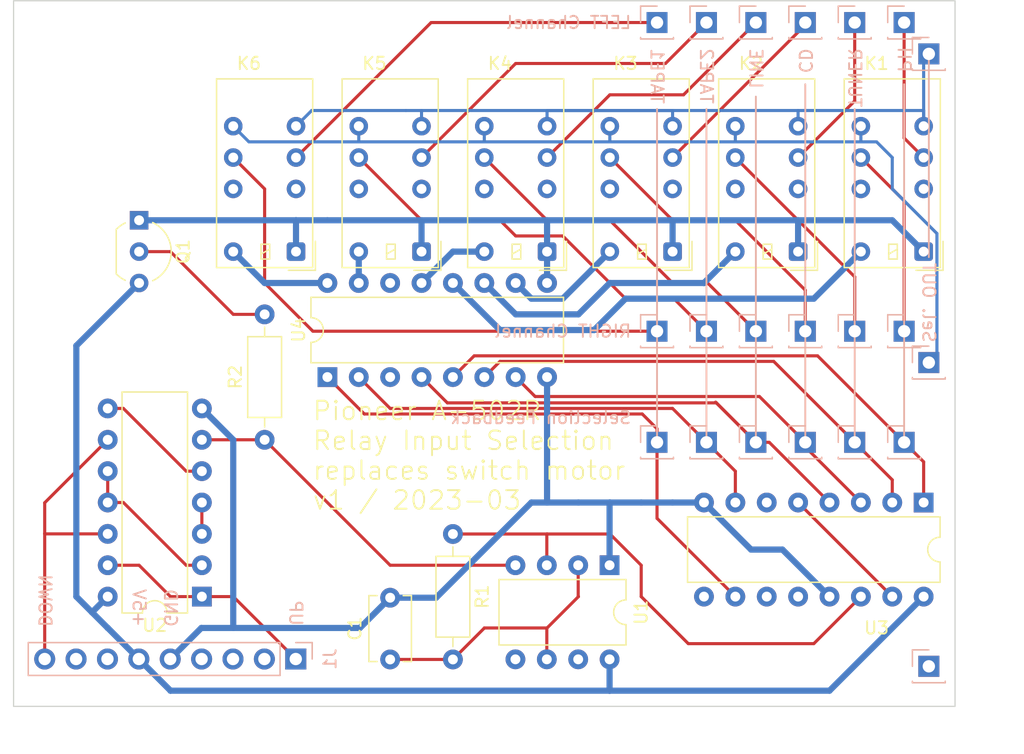
<source format=kicad_pcb>
(kicad_pcb (version 20211014) (generator pcbnew)
  (title_block (title "A-502R input selection") (date "2023-02-22") (rev "v0.1"))
  (layers (0 "F.Cu" signal) (31 "B.Cu" signal) (34 "B.Paste" user) (35 "F.Paste" user) (36 "B.SilkS" user "B.Silkscreen") (37 "F.SilkS" user "F.Silkscreen") (38 "B.Mask" user) (39 "F.Mask" user) (44 "Edge.Cuts" user))
  (net 0 "")
  (net 24 "+5V")
  (net 25 "GNDREF")
  (net 26 "Net-(U3-Pad15)")
  (net 27 "Net-(C1-Pad1)")
  (net 28 "Net-(J1-Pad1)")
  (net 29 "Net-(Q1-Pad2)")
  (net 30 "Net-(J2-Pad1)")
  (net 31 "Net-(J3-Pad1)")
  (net 32 "Net-(J9-Pad1)")
  (net 33 "Net-(J4-Pad1)")
  (net 34 "Net-(J16-Pad1)")
  (net 35 "Net-(J5-Pad1)")
  (net 36 "Net-(J6-Pad1)")
  (net 37 "Net-(J7-Pad1)")
  (net 38 "Net-(J8-Pad1)")
  (net 39 "Net-(J10-Pad1)")
  (net 40 "Net-(J11-Pad1)")
  (net 41 "Net-(J12-Pad1)")
  (net 42 "Net-(J14-Pad1)")
  (net 43 "Net-(J15-Pad1)")
  (net 44 "Net-(J21-Pad1)")
  (net 45 "Net-(K1-Pad12)")
  (net 46 "Net-(K2-Pad12)")
  (net 47 "Net-(K3-Pad12)")
  (net 48 "Net-(K4-Pad12)")
  (net 49 "Net-(K5-Pad12)")
  (net 50 "Net-(J13-Pad1)")
  (net 51 "Net-(J17-Pad1)")
  (net 52 "Net-(J18-Pad1)")
  (net 53 "Net-(J19-Pad1)")
  (net 54 "Net-(J20-Pad1)")
  (net 55 "Net-(K6-Pad12)")
  (net 56 "Net-(R1-Pad1)")
  (net 57 "Net-(K1-Pad1)")
  (net 58 "Net-(R2-Pad1)")
  (net 62 "Net-(U2-Pad9)")
  (net 63 "Net-(U2-Pad10)")
  (net 64 "Net-(U2-Pad3)")
  (net 65 "Net-(U2-Pad8)")
  (footprint "Relay_THT:Relay_DPDT_Kemet_EC2" (layer "F.Cu") (at 124.46 137.16 180)
    (fp_text reference "K1" (at 3.81 15.24) (layer "F.SilkS"))
    (fp_text value "EC2-4.5NU")
    (pad "1" thru_hole roundrect (at 0 0 180) (size 1.5 1.5) (drill 0.8) (layers *.Cu *.Mask) (roundrect_rratio 0.167) (net 57 "Net-(K1-Pad1)"))
    (pad "3" thru_hole circle (at 0 5.08 180) (size 1.5 1.5) (drill 0.8) (layers *.Cu *.Mask))
    (pad "4" thru_hole circle (at 0 7.62 180) (size 1.5 1.5) (drill 0.8) (layers *.Cu *.Mask) (net 54 "Net-(J20-Pad1)"))
    (pad "5" thru_hole circle (at 0 10.16 180) (size 1.5 1.5) (drill 0.8) (layers *.Cu *.Mask) (net 44 "Net-(J21-Pad1)"))
    (pad "8" thru_hole circle (at 5.08 10.16 180) (size 1.5 1.5) (drill 0.8) (layers *.Cu *.Mask) (net 42 "Net-(J14-Pad1)"))
    (pad "9" thru_hole circle (at 5.08 7.62 180) (size 1.5 1.5) (drill 0.8) (layers *.Cu *.Mask) (net 50 "Net-(J13-Pad1)"))
    (pad "10" thru_hole circle (at 5.08 5.08 180) (size 1.5 1.5) (drill 0.8) (layers *.Cu *.Mask))
    (pad "12" thru_hole circle (at 5.08 0 180) (size 1.5 1.5) (drill 0.8) (layers *.Cu *.Mask) (net 45 "Net-(K1-Pad12)"))
  )
  (footprint "Package_DIP:DIP-16_W7.62mm" (layer "F.Cu") (at 124.46 157.48 -90)
    (fp_text reference "U3" (at 10.16 3.81 180) (layer "F.SilkS"))
    (fp_text value "4017")
    (pad "1" thru_hole rect (at 0 0 270) (size 1.6 1.6) (drill 0.8) (layers *.Cu *.Mask) (net 37 "Net-(J7-Pad1)"))
    (pad "2" thru_hole oval (at 0 2.54 270) (size 1.6 1.6) (drill 0.8) (layers *.Cu *.Mask) (net 36 "Net-(J6-Pad1)"))
    (pad "3" thru_hole oval (at 0 5.08 270) (size 1.6 1.6) (drill 0.8) (layers *.Cu *.Mask) (net 35 "Net-(J5-Pad1)"))
    (pad "4" thru_hole oval (at 0 7.62 270) (size 1.6 1.6) (drill 0.8) (layers *.Cu *.Mask) (net 33 "Net-(J4-Pad1)"))
    (pad "5" thru_hole oval (at 0 10.16 270) (size 1.6 1.6) (drill 0.8) (layers *.Cu *.Mask) (net 26 "Net-(U3-Pad15)"))
    (pad "6" thru_hole oval (at 0 12.7 270) (size 1.6 1.6) (drill 0.8) (layers *.Cu *.Mask))
    (pad "7" thru_hole oval (at 0 15.24 270) (size 1.6 1.6) (drill 0.8) (layers *.Cu *.Mask) (net 31 "Net-(J3-Pad1)"))
    (pad "8" thru_hole oval (at 0 17.78 270) (size 1.6 1.6) (drill 0.8) (layers *.Cu *.Mask) (net 25 "GNDREF"))
    (pad "9" thru_hole oval (at 7.62 17.78 270) (size 1.6 1.6) (drill 0.8) (layers *.Cu *.Mask))
    (pad "10" thru_hole oval (at 7.62 15.24 270) (size 1.6 1.6) (drill 0.8) (layers *.Cu *.Mask) (net 30 "Net-(J2-Pad1)"))
    (pad "11" thru_hole oval (at 7.62 12.7 270) (size 1.6 1.6) (drill 0.8) (layers *.Cu *.Mask))
    (pad "12" thru_hole oval (at 7.62 10.16 270) (size 1.6 1.6) (drill 0.8) (layers *.Cu *.Mask))
    (pad "13" thru_hole oval (at 7.62 7.62 270) (size 1.6 1.6) (drill 0.8) (layers *.Cu *.Mask) (net 25 "GNDREF"))
    (pad "14" thru_hole oval (at 7.62 5.08 270) (size 1.6 1.6) (drill 0.8) (layers *.Cu *.Mask) (net 56 "Net-(R1-Pad1)"))
    (pad "15" thru_hole oval (at 7.62 2.54 270) (size 1.6 1.6) (drill 0.8) (layers *.Cu *.Mask) (net 26 "Net-(U3-Pad15)"))
    (pad "16" thru_hole oval (at 7.62 0 270) (size 1.6 1.6) (drill 0.8) (layers *.Cu *.Mask) (net 24 "+5V"))
  )
  (footprint "Relay_THT:Relay_DPDT_Kemet_EC2" (layer "F.Cu") (at 83.82 137.16 180)
    (fp_text reference "K5" (at 3.81 15.24) (layer "F.SilkS"))
    (fp_text value "EC2-4.5NU")
    (pad "1" thru_hole roundrect (at 0 0 180) (size 1.5 1.5) (drill 0.8) (layers *.Cu *.Mask) (roundrect_rratio 0.167) (net 57 "Net-(K1-Pad1)"))
    (pad "3" thru_hole circle (at 0 5.08 180) (size 1.5 1.5) (drill 0.8) (layers *.Cu *.Mask))
    (pad "4" thru_hole circle (at 0 7.62 180) (size 1.5 1.5) (drill 0.8) (layers *.Cu *.Mask) (net 34 "Net-(J16-Pad1)"))
    (pad "5" thru_hole circle (at 0 10.16 180) (size 1.5 1.5) (drill 0.8) (layers *.Cu *.Mask) (net 44 "Net-(J21-Pad1)"))
    (pad "8" thru_hole circle (at 5.08 10.16 180) (size 1.5 1.5) (drill 0.8) (layers *.Cu *.Mask) (net 42 "Net-(J14-Pad1)"))
    (pad "9" thru_hole circle (at 5.08 7.62 180) (size 1.5 1.5) (drill 0.8) (layers *.Cu *.Mask) (net 32 "Net-(J9-Pad1)"))
    (pad "10" thru_hole circle (at 5.08 5.08 180) (size 1.5 1.5) (drill 0.8) (layers *.Cu *.Mask))
    (pad "12" thru_hole circle (at 5.08 0 180) (size 1.5 1.5) (drill 0.8) (layers *.Cu *.Mask) (net 49 "Net-(K5-Pad12)"))
  )
  (footprint "Package_DIP:DIP-8_W7.62mm" (layer "F.Cu") (at 99.04 162.56 -90)
    (fp_text reference "U1" (at 3.81 -2.55 90) (layer "F.SilkS"))
    (fp_text value "SA555P")
    (pad "1" thru_hole rect (at 0 0 270) (size 1.6 1.6) (drill 0.8) (layers *.Cu *.Mask) (net 25 "GNDREF"))
    (pad "2" thru_hole oval (at 0 2.54 270) (size 1.6 1.6) (drill 0.8) (layers *.Cu *.Mask) (net 27 "Net-(C1-Pad1)"))
    (pad "3" thru_hole oval (at 0 5.08 270) (size 1.6 1.6) (drill 0.8) (layers *.Cu *.Mask) (net 56 "Net-(R1-Pad1)"))
    (pad "4" thru_hole oval (at 0 7.62 270) (size 1.6 1.6) (drill 0.8) (layers *.Cu *.Mask) (net 58 "Net-(R2-Pad1)"))
    (pad "5" thru_hole oval (at 7.62 7.62 270) (size 1.6 1.6) (drill 0.8) (layers *.Cu *.Mask))
    (pad "6" thru_hole oval (at 7.62 5.08 270) (size 1.6 1.6) (drill 0.8) (layers *.Cu *.Mask) (net 27 "Net-(C1-Pad1)"))
    (pad "7" thru_hole oval (at 7.62 2.54 270) (size 1.6 1.6) (drill 0.8) (layers *.Cu *.Mask))
    (pad "8" thru_hole oval (at 7.62 0 270) (size 1.6 1.6) (drill 0.8) (layers *.Cu *.Mask) (net 24 "+5V"))
  )
  (footprint "Package_TO_SOT_THT:TO-92_Inline_Wide" (layer "F.Cu") (at 60.96 134.62 -90)
    (fp_text reference "Q1" (at 2.54 -3.56 -90) (layer "F.SilkS"))
    (fp_text value "BC557")
    (pad "1" thru_hole rect (at 0 0 270) (size 1.5 1.5) (drill 0.8) (layers *.Cu *.Mask) (net 57 "Net-(K1-Pad1)"))
    (pad "2" thru_hole circle (at 2.54 0 270) (size 1.5 1.5) (drill 0.8) (layers *.Cu *.Mask) (net 29 "Net-(Q1-Pad2)"))
    (pad "3" thru_hole circle (at 5.08 0 270) (size 1.5 1.5) (drill 0.8) (layers *.Cu *.Mask) (net 24 "+5V"))
  )
  (footprint "Relay_THT:Relay_DPDT_Kemet_EC2" (layer "F.Cu") (at 93.98 137.16 180)
    (fp_text reference "K4" (at 3.81 15.24) (layer "F.SilkS"))
    (fp_text value "EC2-4.5NU")
    (pad "1" thru_hole roundrect (at 0 0 180) (size 1.5 1.5) (drill 0.8) (layers *.Cu *.Mask) (roundrect_rratio 0.167) (net 57 "Net-(K1-Pad1)"))
    (pad "3" thru_hole circle (at 0 5.08 180) (size 1.5 1.5) (drill 0.8) (layers *.Cu *.Mask))
    (pad "4" thru_hole circle (at 0 7.62 180) (size 1.5 1.5) (drill 0.8) (layers *.Cu *.Mask) (net 51 "Net-(J17-Pad1)"))
    (pad "5" thru_hole circle (at 0 10.16 180) (size 1.5 1.5) (drill 0.8) (layers *.Cu *.Mask) (net 44 "Net-(J21-Pad1)"))
    (pad "8" thru_hole circle (at 5.08 10.16 180) (size 1.5 1.5) (drill 0.8) (layers *.Cu *.Mask) (net 42 "Net-(J14-Pad1)"))
    (pad "9" thru_hole circle (at 5.08 7.62 180) (size 1.5 1.5) (drill 0.8) (layers *.Cu *.Mask) (net 39 "Net-(J10-Pad1)"))
    (pad "10" thru_hole circle (at 5.08 5.08 180) (size 1.5 1.5) (drill 0.8) (layers *.Cu *.Mask))
    (pad "12" thru_hole circle (at 5.08 0 180) (size 1.5 1.5) (drill 0.8) (layers *.Cu *.Mask) (net 48 "Net-(K4-Pad12)"))
  )
  (footprint "Package_DIP:DIP-14_W7.62mm" (layer "F.Cu") (at 66.04 165.1 180)
    (fp_text reference "U2" (at 3.81 -2.33) (layer "F.SilkS"))
    (fp_text value "74HC00")
    (pad "1" thru_hole rect (at 0 0 180) (size 1.6 1.6) (drill 0.8) (layers *.Cu *.Mask) (net 28 "Net-(J1-Pad1)"))
    (pad "2" thru_hole oval (at 0 2.54 180) (size 1.6 1.6) (drill 0.8) (layers *.Cu *.Mask) (net 63 "Net-(U2-Pad10)"))
    (pad "3" thru_hole oval (at 0 5.08 180) (size 1.6 1.6) (drill 0.8) (layers *.Cu *.Mask) (net 64 "Net-(U2-Pad3)"))
    (pad "4" thru_hole oval (at 0 7.62 180) (size 1.6 1.6) (drill 0.8) (layers *.Cu *.Mask) (net 64 "Net-(U2-Pad3)"))
    (pad "5" thru_hole oval (at 0 10.16 180) (size 1.6 1.6) (drill 0.8) (layers *.Cu *.Mask) (net 65 "Net-(U2-Pad8)"))
    (pad "6" thru_hole oval (at 0 12.7 180) (size 1.6 1.6) (drill 0.8) (layers *.Cu *.Mask) (net 58 "Net-(R2-Pad1)"))
    (pad "7" thru_hole oval (at 0 15.24 180) (size 1.6 1.6) (drill 0.8) (layers *.Cu *.Mask) (net 25 "GNDREF"))
    (pad "8" thru_hole oval (at 7.62 15.24 180) (size 1.6 1.6) (drill 0.8) (layers *.Cu *.Mask) (net 65 "Net-(U2-Pad8)"))
    (pad "9" thru_hole oval (at 7.62 12.7 180) (size 1.6 1.6) (drill 0.8) (layers *.Cu *.Mask) (net 62 "Net-(U2-Pad9)"))
    (pad "10" thru_hole oval (at 7.62 10.16 180) (size 1.6 1.6) (drill 0.8) (layers *.Cu *.Mask) (net 63 "Net-(U2-Pad10)"))
    (pad "11" thru_hole oval (at 7.62 7.62 180) (size 1.6 1.6) (drill 0.8) (layers *.Cu *.Mask) (net 63 "Net-(U2-Pad10)"))
    (pad "12" thru_hole oval (at 7.62 5.08 180) (size 1.6 1.6) (drill 0.8) (layers *.Cu *.Mask) (net 62 "Net-(U2-Pad9)"))
    (pad "13" thru_hole oval (at 7.62 2.54 180) (size 1.6 1.6) (drill 0.8) (layers *.Cu *.Mask) (net 28 "Net-(J1-Pad1)"))
    (pad "14" thru_hole oval (at 7.62 0 180) (size 1.6 1.6) (drill 0.8) (layers *.Cu *.Mask) (net 24 "+5V"))
  )
  (footprint "Package_DIP:DIP-16_W7.62mm" (layer "F.Cu") (at 76.2 147.32 90)
    (fp_text reference "U4" (at 3.81 -2.33 90) (layer "F.SilkS"))
    (fp_text value "ULN2003A")
    (pad "1" thru_hole rect (at 0 0 90) (size 1.6 1.6) (drill 0.8) (layers *.Cu *.Mask) (net 30 "Net-(J2-Pad1)"))
    (pad "2" thru_hole oval (at 0 2.54 90) (size 1.6 1.6) (drill 0.8) (layers *.Cu *.Mask) (net 31 "Net-(J3-Pad1)"))
    (pad "3" thru_hole oval (at 0 5.08 90) (size 1.6 1.6) (drill 0.8) (layers *.Cu *.Mask))
    (pad "4" thru_hole oval (at 0 7.62 90) (size 1.6 1.6) (drill 0.8) (layers *.Cu *.Mask) (net 33 "Net-(J4-Pad1)"))
    (pad "5" thru_hole oval (at 0 10.16 90) (size 1.6 1.6) (drill 0.8) (layers *.Cu *.Mask) (net 37 "Net-(J7-Pad1)"))
    (pad "6" thru_hole oval (at 0 12.7 90) (size 1.6 1.6) (drill 0.8) (layers *.Cu *.Mask) (net 36 "Net-(J6-Pad1)"))
    (pad "7" thru_hole oval (at 0 15.24 90) (size 1.6 1.6) (drill 0.8) (layers *.Cu *.Mask) (net 35 "Net-(J5-Pad1)"))
    (pad "8" thru_hole oval (at 0 17.78 90) (size 1.6 1.6) (drill 0.8) (layers *.Cu *.Mask) (net 25 "GNDREF"))
    (pad "9" thru_hole oval (at 7.62 17.78 90) (size 1.6 1.6) (drill 0.8) (layers *.Cu *.Mask) (net 57 "Net-(K1-Pad1)"))
    (pad "10" thru_hole oval (at 7.62 15.24 90) (size 1.6 1.6) (drill 0.8) (layers *.Cu *.Mask) (net 47 "Net-(K3-Pad12)"))
    (pad "11" thru_hole oval (at 7.62 12.7 90) (size 1.6 1.6) (drill 0.8) (layers *.Cu *.Mask) (net 46 "Net-(K2-Pad12)"))
    (pad "12" thru_hole oval (at 7.62 10.16 90) (size 1.6 1.6) (drill 0.8) (layers *.Cu *.Mask) (net 45 "Net-(K1-Pad12)"))
    (pad "13" thru_hole oval (at 7.62 7.62 90) (size 1.6 1.6) (drill 0.8) (layers *.Cu *.Mask) (net 48 "Net-(K4-Pad12)"))
    (pad "14" thru_hole oval (at 7.62 5.08 90) (size 1.6 1.6) (drill 0.8) (layers *.Cu *.Mask))
    (pad "15" thru_hole oval (at 7.62 2.54 90) (size 1.6 1.6) (drill 0.8) (layers *.Cu *.Mask) (net 49 "Net-(K5-Pad12)"))
    (pad "16" thru_hole oval (at 7.62 0 90) (size 1.6 1.6) (drill 0.8) (layers *.Cu *.Mask) (net 55 "Net-(K6-Pad12)"))
  )
  (footprint "Relay_THT:Relay_DPDT_Kemet_EC2" (layer "F.Cu") (at 114.2975 137.16 180)
    (fp_text reference "K2" (at 3.81 15.24) (layer "F.SilkS"))
    (fp_text value "EC2-4.5NU")
    (pad "1" thru_hole roundrect (at 0 0 180) (size 1.5 1.5) (drill 0.8) (layers *.Cu *.Mask) (roundrect_rratio 0.167) (net 57 "Net-(K1-Pad1)"))
    (pad "3" thru_hole circle (at 0 5.08 180) (size 1.5 1.5) (drill 0.8) (layers *.Cu *.Mask))
    (pad "4" thru_hole circle (at 0 7.62 180) (size 1.5 1.5) (drill 0.8) (layers *.Cu *.Mask) (net 53 "Net-(J19-Pad1)"))
    (pad "5" thru_hole circle (at 0 10.16 180) (size 1.5 1.5) (drill 0.8) (layers *.Cu *.Mask) (net 44 "Net-(J21-Pad1)"))
    (pad "8" thru_hole circle (at 5.08 10.16 180) (size 1.5 1.5) (drill 0.8) (layers *.Cu *.Mask) (net 42 "Net-(J14-Pad1)"))
    (pad "9" thru_hole circle (at 5.08 7.62 180) (size 1.5 1.5) (drill 0.8) (layers *.Cu *.Mask) (net 41 "Net-(J12-Pad1)"))
    (pad "10" thru_hole circle (at 5.08 5.08 180) (size 1.5 1.5) (drill 0.8) (layers *.Cu *.Mask))
    (pad "12" thru_hole circle (at 5.08 0 180) (size 1.5 1.5) (drill 0.8) (layers *.Cu *.Mask) (net 46 "Net-(K2-Pad12)"))
  )
  (footprint "Resistor_THT:R_Axial_DIN0207_L6.3mm_D2.5mm_P10.16mm_Horizontal" (layer "F.Cu") (at 86.36 160.03 -90)
    (fp_text reference "R1" (at 5.08 -2.37 90) (layer "F.SilkS"))
    (fp_text value "100k")
    (pad "1" thru_hole circle (at 0 0 270) (size 1.6 1.6) (drill 0.8) (layers *.Cu *.Mask) (net 56 "Net-(R1-Pad1)"))
    (pad "2" thru_hole oval (at 10.16 0 270) (size 1.6 1.6) (drill 0.8) (layers *.Cu *.Mask) (net 27 "Net-(C1-Pad1)"))
  )
  (footprint "Capacitor_THT:C_Disc_D5.1mm_W3.2mm_P5.00mm" (layer "F.Cu") (at 81.28 170.19 90)
    (fp_text reference "C1" (at 2.5 -2.85 90) (layer "F.SilkS"))
    (fp_text value "100n")
    (pad "1" thru_hole circle (at 0 0 90) (size 1.6 1.6) (drill 0.8) (layers *.Cu *.Mask) (net 27 "Net-(C1-Pad1)"))
    (pad "2" thru_hole circle (at 5 0 90) (size 1.6 1.6) (drill 0.8) (layers *.Cu *.Mask) (net 25 "GNDREF"))
  )
  (footprint "Relay_THT:Relay_DPDT_Kemet_EC2" (layer "F.Cu") (at 104.14 137.16 180)
    (fp_text reference "K3" (at 3.81 15.24) (layer "F.SilkS"))
    (fp_text value "EC2-4.5NU")
    (pad "1" thru_hole roundrect (at 0 0 180) (size 1.5 1.5) (drill 0.8) (layers *.Cu *.Mask) (roundrect_rratio 0.167) (net 57 "Net-(K1-Pad1)"))
    (pad "3" thru_hole circle (at 0 5.08 180) (size 1.5 1.5) (drill 0.8) (layers *.Cu *.Mask))
    (pad "4" thru_hole circle (at 0 7.62 180) (size 1.5 1.5) (drill 0.8) (layers *.Cu *.Mask) (net 52 "Net-(J18-Pad1)"))
    (pad "5" thru_hole circle (at 0 10.16 180) (size 1.5 1.5) (drill 0.8) (layers *.Cu *.Mask) (net 44 "Net-(J21-Pad1)"))
    (pad "8" thru_hole circle (at 5.08 10.16 180) (size 1.5 1.5) (drill 0.8) (layers *.Cu *.Mask) (net 42 "Net-(J14-Pad1)"))
    (pad "9" thru_hole circle (at 5.08 7.62 180) (size 1.5 1.5) (drill 0.8) (layers *.Cu *.Mask) (net 40 "Net-(J11-Pad1)"))
    (pad "10" thru_hole circle (at 5.08 5.08 180) (size 1.5 1.5) (drill 0.8) (layers *.Cu *.Mask))
    (pad "12" thru_hole circle (at 5.08 0 180) (size 1.5 1.5) (drill 0.8) (layers *.Cu *.Mask) (net 47 "Net-(K3-Pad12)"))
  )
  (footprint "Resistor_THT:R_Axial_DIN0207_L6.3mm_D2.5mm_P10.16mm_Horizontal" (layer "F.Cu") (at 71.12 152.4 90)
    (fp_text reference "R2" (at 5.08 -2.37 90) (layer "F.SilkS"))
    (fp_text value "2.2k")
    (pad "1" thru_hole circle (at 0 0 90) (size 1.6 1.6) (drill 0.8) (layers *.Cu *.Mask) (net 58 "Net-(R2-Pad1)"))
    (pad "2" thru_hole oval (at 10.16 0 90) (size 1.6 1.6) (drill 0.8) (layers *.Cu *.Mask) (net 29 "Net-(Q1-Pad2)"))
  )
  (footprint "Relay_THT:Relay_DPDT_Kemet_EC2" (layer "F.Cu") (at 73.66 137.16 180)
    (fp_text reference "K6" (at 3.81 15.24) (layer "F.SilkS"))
    (fp_text value "EC2-4.5NU")
    (pad "1" thru_hole roundrect (at 0 0 180) (size 1.5 1.5) (drill 0.8) (layers *.Cu *.Mask) (roundrect_rratio 0.167) (net 57 "Net-(K1-Pad1)"))
    (pad "3" thru_hole circle (at 0 5.08 180) (size 1.5 1.5) (drill 0.8) (layers *.Cu *.Mask))
    (pad "4" thru_hole circle (at 0 7.62 180) (size 1.5 1.5) (drill 0.8) (layers *.Cu *.Mask) (net 43 "Net-(J15-Pad1)"))
    (pad "5" thru_hole circle (at 0 10.16 180) (size 1.5 1.5) (drill 0.8) (layers *.Cu *.Mask) (net 44 "Net-(J21-Pad1)"))
    (pad "8" thru_hole circle (at 5.08 10.16 180) (size 1.5 1.5) (drill 0.8) (layers *.Cu *.Mask) (net 42 "Net-(J14-Pad1)"))
    (pad "9" thru_hole circle (at 5.08 7.62 180) (size 1.5 1.5) (drill 0.8) (layers *.Cu *.Mask) (net 38 "Net-(J8-Pad1)"))
    (pad "10" thru_hole circle (at 5.08 5.08 180) (size 1.5 1.5) (drill 0.8) (layers *.Cu *.Mask))
    (pad "12" thru_hole circle (at 5.08 0 180) (size 1.5 1.5) (drill 0.8) (layers *.Cu *.Mask) (net 55 "Net-(K6-Pad12)"))
  )
  (footprint "Connector_PinSocket_2.54mm:PinSocket_1x01_P2.54mm_Vertical" (layer "B.Cu") (at 124.88 170.745 180)
    (fp_text reference "J22" hide)
    (fp_text value "Conn_01x01_Female")
    (pad "1" thru_hole rect (at 0 0 180) (size 1.7 1.7) (drill 1) (layers *.Cu *.Mask))
  )
  (footprint "Connector_PinSocket_2.54mm:PinSocket_1x01_P2.54mm_Vertical" (layer "B.Cu") (at 114.88 118.605 180)
    (fp_text reference "J18" hide)
    (fp_text value "Conn_01x01_Female")
    (pad "1" thru_hole rect (at 0 0 180) (size 1.7 1.7) (drill 1) (layers *.Cu *.Mask) (net 52 "Net-(J18-Pad1)"))
  )
  (footprint "Connector_PinSocket_2.54mm:PinSocket_1x01_P2.54mm_Vertical" (layer "B.Cu") (at 106.88 118.605 180)
    (fp_text reference "J16" hide)
    (fp_text value "Conn_01x01_Female")
    (pad "1" thru_hole rect (at 0 0 180) (size 1.7 1.7) (drill 1) (layers *.Cu *.Mask) (net 34 "Net-(J16-Pad1)"))
  )
  (footprint "Connector_PinSocket_2.54mm:PinSocket_1x01_P2.54mm_Vertical" (layer "B.Cu") (at 122.88 143.605 180)
    (fp_text reference "J13" hide)
    (fp_text value "Conn_01x01_Female")
    (pad "1" thru_hole rect (at 0 0 180) (size 1.7 1.7) (drill 1) (layers *.Cu *.Mask) (net 50 "Net-(J13-Pad1)"))
  )
  (footprint "Connector_PinSocket_2.54mm:PinSocket_1x01_P2.54mm_Vertical" (layer "B.Cu") (at 124.88 146.145 180)
    (fp_text reference "J14" hide)
    (fp_text value "Conn_01x01_Female")
    (pad "1" thru_hole rect (at 0 0 180) (size 1.7 1.7) (drill 1) (layers *.Cu *.Mask) (net 42 "Net-(J14-Pad1)"))
  )
  (footprint "Connector_PinSocket_2.54mm:PinSocket_1x01_P2.54mm_Vertical" (layer "B.Cu") (at 118.88 143.605 180)
    (fp_text reference "J12" hide)
    (fp_text value "Conn_01x01_Female")
    (pad "1" thru_hole rect (at 0 0 180) (size 1.7 1.7) (drill 1) (layers *.Cu *.Mask) (net 41 "Net-(J12-Pad1)"))
  )
  (footprint "Connector_PinSocket_2.54mm:PinSocket_1x01_P2.54mm_Vertical" (layer "B.Cu") (at 110.88 143.605 180)
    (fp_text reference "J10" hide)
    (fp_text value "Conn_01x01_Female")
    (pad "1" thru_hole rect (at 0 0 180) (size 1.7 1.7) (drill 1) (layers *.Cu *.Mask) (net 39 "Net-(J10-Pad1)"))
  )
  (footprint "Connector_PinSocket_2.54mm:PinSocket_1x01_P2.54mm_Vertical" (layer "B.Cu") (at 124.88 121.145 180)
    (fp_text reference "J21" hide)
    (fp_text value "Conn_01x01_Female")
    (pad "1" thru_hole rect (at 0 0 180) (size 1.7 1.7) (drill 1) (layers *.Cu *.Mask) (net 44 "Net-(J21-Pad1)"))
  )
  (footprint "Connector_PinSocket_2.54mm:PinSocket_1x01_P2.54mm_Vertical" (layer "B.Cu") (at 114.88 143.605 180)
    (fp_text reference "J11" hide)
    (fp_text value "Conn_01x01_Female")
    (pad "1" thru_hole rect (at 0 0 180) (size 1.7 1.7) (drill 1) (layers *.Cu *.Mask) (net 40 "Net-(J11-Pad1)"))
  )
  (footprint "Connector_PinSocket_2.54mm:PinSocket_1x01_P2.54mm_Vertical" (layer "B.Cu") (at 106.88 143.605 180)
    (fp_text reference "J9" hide)
    (fp_text value "Conn_01x01_Female")
    (pad "1" thru_hole rect (at 0 0 180) (size 1.7 1.7) (drill 1) (layers *.Cu *.Mask) (net 32 "Net-(J9-Pad1)"))
  )
  (footprint "Connector_PinSocket_2.54mm:PinSocket_1x01_P2.54mm_Vertical" (layer "B.Cu") (at 110.88 152.605 180)
    (fp_text reference "J4" hide)
    (fp_text value "Conn_01x01_Female")
    (pad "1" thru_hole rect (at 0 0 180) (size 1.7 1.7) (drill 1) (layers *.Cu *.Mask) (net 33 "Net-(J4-Pad1)"))
  )
  (footprint "Connector_PinSocket_2.54mm:PinSocket_1x01_P2.54mm_Vertical" (layer "B.Cu") (at 110.88 118.605 180)
    (fp_text reference "J17" hide)
    (fp_text value "Conn_01x01_Female")
    (pad "1" thru_hole rect (at 0 0 180) (size 1.7 1.7) (drill 1) (layers *.Cu *.Mask) (net 51 "Net-(J17-Pad1)"))
  )
  (footprint "Connector_PinSocket_2.54mm:PinSocket_1x01_P2.54mm_Vertical" (layer "B.Cu") (at 102.88 143.605 180)
    (fp_text reference "J8" hide)
    (fp_text value "Conn_01x01_Female")
    (pad "1" thru_hole rect (at 0 0 180) (size 1.7 1.7) (drill 1) (layers *.Cu *.Mask) (net 38 "Net-(J8-Pad1)"))
  )
  (footprint "Connector_PinSocket_2.54mm:PinSocket_1x01_P2.54mm_Vertical" (layer "B.Cu") (at 118.88 118.605 180)
    (fp_text reference "J19" hide)
    (fp_text value "Conn_01x01_Female")
    (pad "1" thru_hole rect (at 0 0 180) (size 1.7 1.7) (drill 1) (layers *.Cu *.Mask) (net 53 "Net-(J19-Pad1)"))
  )
  (footprint "Connector_PinSocket_2.54mm:PinSocket_1x01_P2.54mm_Vertical" (layer "B.Cu") (at 122.88 152.605 180)
    (fp_text reference "J7" hide)
    (fp_text value "Conn_01x01_Female")
    (pad "1" thru_hole rect (at 0 0 180) (size 1.7 1.7) (drill 1) (layers *.Cu *.Mask) (net 37 "Net-(J7-Pad1)"))
  )
  (footprint "Connector_PinSocket_2.54mm:PinSocket_1x01_P2.54mm_Vertical" (layer "B.Cu") (at 102.88 152.605 180)
    (fp_text reference "J2" hide)
    (fp_text value "Conn_01x01_Female")
    (pad "1" thru_hole rect (at 0 0 180) (size 1.7 1.7) (drill 1) (layers *.Cu *.Mask) (net 30 "Net-(J2-Pad1)"))
  )
  (footprint "Connector_PinSocket_2.54mm:PinSocket_1x01_P2.54mm_Vertical" (layer "B.Cu") (at 102.88 118.605 180)
    (fp_text reference "J15" hide)
    (fp_text value "Conn_01x01_Female")
    (pad "1" thru_hole rect (at 0 0 180) (size 1.7 1.7) (drill 1) (layers *.Cu *.Mask) (net 43 "Net-(J15-Pad1)"))
  )
  (footprint "Connector_PinSocket_2.54mm:PinSocket_1x09_P2.54mm_Vertical" (layer "B.Cu") (at 73.64 170.155 90)
    (fp_text reference "J1" (at 0 2.77 90) (layer "B.SilkS") (effects (justify mirror)))
    (fp_text value "Conn_01x09_Female")
    (pad "1" thru_hole rect (at 0 0 90) (size 1.7 1.7) (drill 1) (layers *.Cu *.Mask) (net 28 "Net-(J1-Pad1)"))
    (pad "2" thru_hole oval (at 0 -2.54 90) (size 1.7 1.7) (drill 1) (layers *.Cu *.Mask))
    (pad "3" thru_hole oval (at 0 -5.08 90) (size 1.7 1.7) (drill 1) (layers *.Cu *.Mask))
    (pad "4" thru_hole oval (at 0 -7.62 90) (size 1.7 1.7) (drill 1) (layers *.Cu *.Mask))
    (pad "5" thru_hole oval (at 0 -10.16 90) (size 1.7 1.7) (drill 1) (layers *.Cu *.Mask) (net 25 "GNDREF"))
    (pad "6" thru_hole oval (at 0 -12.7 90) (size 1.7 1.7) (drill 1) (layers *.Cu *.Mask) (net 24 "+5V"))
    (pad "7" thru_hole oval (at 0 -15.24 90) (size 1.7 1.7) (drill 1) (layers *.Cu *.Mask))
    (pad "8" thru_hole oval (at 0 -17.78 90) (size 1.7 1.7) (drill 1) (layers *.Cu *.Mask))
    (pad "9" thru_hole oval (at 0 -20.32 90) (size 1.7 1.7) (drill 1) (layers *.Cu *.Mask) (net 62 "Net-(U2-Pad9)"))
  )
  (footprint "Connector_PinSocket_2.54mm:PinSocket_1x01_P2.54mm_Vertical" (layer "B.Cu") (at 118.88 152.605 180)
    (fp_text reference "J6" hide)
    (fp_text value "Conn_01x01_Female")
    (pad "1" thru_hole rect (at 0 0 180) (size 1.7 1.7) (drill 1) (layers *.Cu *.Mask) (net 36 "Net-(J6-Pad1)"))
  )
  (footprint "Connector_PinSocket_2.54mm:PinSocket_1x01_P2.54mm_Vertical" (layer "B.Cu") (at 106.88 152.605 180)
    (fp_text reference "J3" hide)
    (fp_text value "Conn_01x01_Female")
    (pad "1" thru_hole rect (at 0 0 180) (size 1.7 1.7) (drill 1) (layers *.Cu *.Mask) (net 31 "Net-(J3-Pad1)"))
  )
  (footprint "Connector_PinSocket_2.54mm:PinSocket_1x01_P2.54mm_Vertical" (layer "B.Cu") (at 122.88 118.605 180)
    (fp_text reference "J20" hide)
    (fp_text value "Conn_01x01_Female")
    (pad "1" thru_hole rect (at 0 0 180) (size 1.7 1.7) (drill 1) (layers *.Cu *.Mask) (net 54 "Net-(J20-Pad1)"))
  )
  (footprint "Connector_PinSocket_2.54mm:PinSocket_1x01_P2.54mm_Vertical" (layer "B.Cu") (at 114.88 152.605 180)
    (fp_text reference "J5" hide)
    (fp_text value "Conn_01x01_Female")
    (pad "1" thru_hole rect (at 0 0 180) (size 1.7 1.7) (drill 1) (layers *.Cu *.Mask) (net 35 "Net-(J5-Pad1)"))
  )
  (gr_line (start 106.88 143.605) (end 106.88 125.605) (layer "B.SilkS") (width 0.15))
  (gr_line (start 124.88 121.145) (end 124.88 137.605) (layer "B.SilkS") (width 0.15))
  (gr_line (start 122.88 143.605) (end 122.88 123.605) (layer "B.SilkS") (width 0.15))
  (gr_line (start 114.88 152.605) (end 114.88 143.605) (layer "B.SilkS") (width 0.15))
  (gr_line (start 110.88 152.605) (end 110.88 143.605) (layer "B.SilkS") (width 0.15))
  (gr_line (start 110.88 143.605) (end 110.88 124.605) (layer "B.SilkS") (width 0.15))
  (gr_line (start 106.88 152.605) (end 106.88 143.605) (layer "B.SilkS") (width 0.15))
  (gr_line (start 118.88 152.605) (end 118.88 143.605) (layer "B.SilkS") (width 0.15))
  (gr_line (start 118.88 143.605) (end 118.88 125.605) (layer "B.SilkS") (width 0.15))
  (gr_line (start 114.88 143.605) (end 114.88 123.605) (layer "B.SilkS") (width 0.15))
  (gr_line (start 102.88 152.605) (end 102.88 143.605) (layer "B.SilkS") (width 0.15))
  (gr_line (start 102.88 143.605) (end 102.88 125.605) (layer "B.SilkS") (width 0.15))
  (gr_line (start 122.88 152.605) (end 122.88 143.605) (layer "B.SilkS") (width 0.15))
  (gr_rect (start 50.8 173.99) (end 127 116.84) (layer "Edge.Cuts") (width 0.1) (fill none))
  (gr_text "RIGHT Channel" (at 100.88 143.605) (layer "B.SilkS") (effects (font (size 1 1)) (justify left mirror)))
  (gr_text "Sel. OUT" (at 124.88 144.605 270) (layer "B.SilkS") (effects (font (size 1 1)) (justify left mirror)))
  (gr_text "PH" (at 122.88 120.48 270) (layer "B.SilkS") (effects (font (size 1 1)) (justify right mirror)))
  (gr_text "DOWN" (at 53.34 167.64 270) (layer "B.SilkS") (effects (font (size 1 1)) (justify left mirror)))
  (gr_text "CD" (at 114.88 120.605 270) (layer "B.SilkS") (effects (font (size 1 1)) (justify right mirror)))
  (gr_text "TAPE2" (at 106.88 120.605 270) (layer "B.SilkS") (effects (font (size 1 1)) (justify right mirror)))
  (gr_text "TUNER" (at 118.88 120.605 270) (layer "B.SilkS") (effects (font (size 1 1)) (justify right mirror)))
  (gr_text "GND" (at 63.5 167.64 270) (layer "B.SilkS") (effects (font (size 1 1)) (justify left mirror)))
  (gr_text "LINE" (at 110.88 120.605 270) (layer "B.SilkS") (effects (font (size 1 1)) (justify right mirror)))
  (gr_text "TAPE1" (at 102.88 120.605 270) (layer "B.SilkS") (effects (font (size 1 1)) (justify right mirror)))
  (gr_text "LEFT Channel" (at 100.88 118.605) (layer "B.SilkS") (effects (font (size 1 1)) (justify left mirror)))
  (gr_text "Selection Feedback" (at 100.88 150.605) (layer "B.SilkS") (effects (font (size 1 1)) (justify left mirror)))
  (gr_text "+5V" (at 60.96 167.64 270) (layer "B.SilkS") (effects (font (size 1 1)) (justify left mirror)))
  (gr_text "UP" (at 73.64 167.555 270) (layer "B.SilkS") (effects (font (size 1 1)) (justify left mirror)))
  (gr_text "Pioneer A-502R\nRelay Input Selection\nreplaces switch motor\nv1 / 2023-03" (at 74.93 153.67) (layer "F.SilkS") (effects (font (size 1.5 1.5)) (justify left)))
  (segment (start 58.42 167.635) (end 58.415 167.635) (width 0.5) (layer "B.Cu") (net 24))
  (segment (start 57.15 166.37) (end 55.88 165.1) (width 0.5) (layer "B.Cu") (net 24))
  (segment (start 99.02 172.72) (end 63.5 172.72) (width 0.5) (layer "B.Cu") (net 24))
  (segment (start 58.42 165.1) (end 57.15 166.37) (width 0.5) (layer "B.Cu") (net 24))
  (segment (start 99.06 172.72) (end 99.04 172.7) (width 0.5) (layer "B.Cu") (net 24))
  (segment (start 124.46 165.1) (end 116.84 172.72) (width 0.5) (layer "B.Cu") (net 24))
  (segment (start 55.88 144.78) (end 60.96 139.7) (width 0.5) (layer "B.Cu") (net 24))
  (segment (start 58.415 167.635) (end 57.15 166.37) (width 0.5) (layer "B.Cu") (net 24))
  (segment (start 116.84 172.72) (end 99.06 172.72) (width 0.5) (layer "B.Cu") (net 24))
  (segment (start 63.5 172.72) (end 63.5 172.715) (width 0.5) (layer "B.Cu") (net 24))
  (segment (start 58.42 167.635) (end 60.94 170.155) (width 0.5) (layer "B.Cu") (net 24))
  (segment (start 55.88 165.1) (end 55.88 144.78) (width 0.5) (layer "B.Cu") (net 24))
  (segment (start 99.04 172.7) (end 99.02 172.72) (width 0.5) (layer "B.Cu") (net 24))
  (segment (start 99.04 172.7) (end 99.04 170.18) (width 0.5) (layer "B.Cu") (net 24))
  (segment (start 63.5 172.715) (end 60.94 170.155) (width 0.5) (layer "B.Cu") (net 24))
  (segment (start 68.58 167.64) (end 65.995 167.64) (width 0.5) (layer "B.Cu") (net 25))
  (segment (start 101.6 157.48) (end 99.06 157.48) (width 0.5) (layer "B.Cu") (net 25))
  (segment (start 65.995 167.64) (end 63.48 170.155) (width 0.5) (layer "B.Cu") (net 25))
  (segment (start 99.06 157.48) (end 96.52 157.48) (width 0.5) (layer "B.Cu") (net 25))
  (segment (start 93.98 157.48) (end 96.52 157.48) (width 0.5) (layer "B.Cu") (net 25))
  (segment (start 99.04 162.56) (end 99.04 157.5) (width 0.5) (layer "B.Cu") (net 25))
  (segment (start 99.04 157.5) (end 99.06 157.48) (width 0.5) (layer "B.Cu") (net 25))
  (segment (start 68.58 152.4) (end 68.58 167.64) (width 0.5) (layer "B.Cu") (net 25))
  (segment (start 106.68 157.48) (end 104.14 157.48) (width 0.5) (layer "B.Cu") (net 25))
  (segment (start 66.04 149.86) (end 68.58 152.4) (width 0.5) (layer "B.Cu") (net 25))
  (segment (start 116.84 165.1) (end 113.03 161.29) (width 0.5) (layer "B.Cu") (net 25))
  (segment (start 78.83 167.64) (end 68.58 167.64) (width 0.5) (layer "B.Cu") (net 25))
  (segment (start 81.28 165.19) (end 85 165.19) (width 0.5) (layer "B.Cu") (net 25))
  (segment (start 93.98 147.32) (end 93.98 157.48) (width 0.5) (layer "B.Cu") (net 25))
  (segment (start 104.14 157.48) (end 101.6 157.48) (width 0.5) (layer "B.Cu") (net 25))
  (segment (start 78.83 167.64) (end 81.28 165.19) (width 0.5) (layer "B.Cu") (net 25))
  (segment (start 113.03 161.29) (end 110.49 161.29) (width 0.5) (layer "B.Cu") (net 25))
  (segment (start 92.71 157.48) (end 93.98 157.48) (width 0.5) (layer "B.Cu") (net 25))
  (segment (start 85 165.19) (end 92.71 157.48) (width 0.5) (layer "B.Cu") (net 25))
  (segment (start 110.49 161.29) (end 106.68 157.48) (width 0.5) (layer "B.Cu") (net 25))
  (segment (start 114.3 157.48) (end 121.92 165.1) (width 0.25) (layer "F.Cu") (net 26))
  (segment (start 88.9 167.65) (end 88.9 167.64) (width 0.25) (layer "F.Cu") (net 27))
  (segment (start 93.98 167.64) (end 96.52 165.1) (width 0.25) (layer "F.Cu") (net 27))
  (segment (start 86.36 170.19) (end 88.9 167.65) (width 0.25) (layer "F.Cu") (net 27))
  (segment (start 93.96 170.18) (end 93.96 167.66) (width 0.25) (layer "F.Cu") (net 27))
  (segment (start 88.9 167.64) (end 93.98 167.64) (width 0.25) (layer "F.Cu") (net 27))
  (segment (start 96.5 165.08) (end 96.5 162.56) (width 0.25) (layer "F.Cu") (net 27))
  (segment (start 96.52 165.1) (end 96.5 165.08) (width 0.25) (layer "F.Cu") (net 27))
  (segment (start 93.96 167.66) (end 93.98 167.64) (width 0.25) (layer "F.Cu") (net 27))
  (segment (start 81.28 170.19) (end 86.36 170.19) (width 0.25) (layer "F.Cu") (net 27))
  (segment (start 73.64 170.155) (end 68.585 165.1) (width 0.25) (layer "F.Cu") (net 28))
  (segment (start 58.42 162.56) (end 60.96 162.56) (width 0.25) (layer "F.Cu") (net 28))
  (segment (start 60.96 162.56) (end 63.5 165.1) (width 0.25) (layer "F.Cu") (net 28))
  (segment (start 63.5 165.1) (end 66.04 165.1) (width 0.25) (layer "F.Cu") (net 28))
  (segment (start 68.585 165.1) (end 66.04 165.1) (width 0.25) (layer "F.Cu") (net 28))
  (segment (start 60.96 137.16) (end 63.5 137.16) (width 0.25) (layer "F.Cu") (net 29))
  (segment (start 63.5 137.16) (end 68.58 142.24) (width 0.25) (layer "F.Cu") (net 29))
  (segment (start 68.58 142.24) (end 71.12 142.24) (width 0.25) (layer "F.Cu") (net 29))
  (segment (start 79.19 150.31) (end 76.2 147.32) (width 0.25) (layer "F.Cu") (net 30))
  (segment (start 109.22 165.1) (end 102.88 158.76) (width 0.25) (layer "F.Cu") (net 30))
  (segment (start 102.88 158.76) (end 102.88 152.605) (width 0.25) (layer "F.Cu") (net 30))
  (segment (start 102.88 151.505) (end 102.88 152.605) (width 0.25) (layer "F.Cu") (net 30))
  (segment (start 102.88 151.505) (end 101.685 150.31) (width 0.25) (layer "F.Cu") (net 30))
  (segment (start 101.685 150.31) (end 79.19 150.31) (width 0.25) (layer "F.Cu") (net 30))
  (segment (start 81.28 149.86) (end 78.74 147.32) (width 0.25) (layer "F.Cu") (net 31))
  (segment (start 109.22 157.48) (end 109.22 154.945) (width 0.25) (layer "F.Cu") (net 31))
  (segment (start 104.135 149.86) (end 81.28 149.86) (width 0.25) (layer "F.Cu") (net 31))
  (segment (start 106.88 152.605) (end 104.135 149.86) (width 0.25) (layer "F.Cu") (net 31))
  (segment (start 109.22 154.945) (end 106.88 152.605) (width 0.25) (layer "F.Cu") (net 31))
  (segment (start 90.17 134.62) (end 83.82 134.62) (width 0.25) (layer "F.Cu") (net 32))
  (segment (start 106.88 143.605) (end 104.245 140.97) (width 0.25) (layer "F.Cu") (net 32))
  (segment (start 95.25 135.89) (end 91.44 135.89) (width 0.25) (layer "F.Cu") (net 32))
  (segment (start 100.33 140.97) (end 95.25 135.89) (width 0.25) (layer "F.Cu") (net 32))
  (segment (start 83.82 134.62) (end 78.74 129.54) (width 0.25) (layer "F.Cu") (net 32))
  (segment (start 104.245 140.97) (end 100.33 140.97) (width 0.25) (layer "F.Cu") (net 32))
  (segment (start 91.44 135.89) (end 90.17 134.62) (width 0.25) (layer "F.Cu") (net 32))
  (segment (start 116.84 157.48) (end 111.965 152.605) (width 0.25) (layer "F.Cu") (net 33))
  (segment (start 111.965 152.605) (end 110.88 152.605) (width 0.25) (layer "F.Cu") (net 33))
  (segment (start 110.88 152.605) (end 107.685 149.41) (width 0.25) (layer "F.Cu") (net 33))
  (segment (start 110.88 152.605) (end 107.62 149.345) (width 0.25) (layer "F.Cu") (net 33))
  (segment (start 107.685 149.41) (end 85.91 149.41) (width 0.25) (layer "F.Cu") (net 33))
  (segment (start 85.91 149.41) (end 83.82 147.32) (width 0.25) (layer "F.Cu") (net 33))
  (segment (start 103.565 121.92) (end 91.44 121.92) (width 0.25) (layer "F.Cu") (net 34))
  (segment (start 106.88 118.605) (end 103.565 121.92) (width 0.25) (layer "F.Cu") (net 34))
  (segment (start 91.44 121.92) (end 83.82 129.54) (width 0.25) (layer "F.Cu") (net 34))
  (segment (start 93.015 148.895) (end 91.44 147.32) (width 0.25) (layer "F.Cu") (net 35))
  (segment (start 119.38 157.48) (end 114.88 152.98) (width 0.25) (layer "F.Cu") (net 35))
  (segment (start 114.88 152.98) (end 114.88 152.605) (width 0.25) (layer "F.Cu") (net 35))
  (segment (start 114.88 152.605) (end 111.17 148.895) (width 0.25) (layer "F.Cu") (net 35))
  (segment (start 111.17 148.895) (end 93.015 148.895) (width 0.25) (layer "F.Cu") (net 35))
  (segment (start 118.88 152.605) (end 112.325 146.05) (width 0.25) (layer "F.Cu") (net 36))
  (segment (start 112.325 146.05) (end 90.17 146.05) (width 0.25) (layer "F.Cu") (net 36))
  (segment (start 90.17 146.05) (end 88.9 147.32) (width 0.25) (layer "F.Cu") (net 36))
  (segment (start 121.92 157.48) (end 121.92 155.645) (width 0.25) (layer "F.Cu") (net 36))
  (segment (start 121.92 155.645) (end 118.88 152.605) (width 0.25) (layer "F.Cu") (net 36))
  (segment (start 88.08 145.6) (end 86.36 147.32) (width 0.25) (layer "F.Cu") (net 37))
  (segment (start 124.46 157.48) (end 124.46 154.185) (width 0.25) (layer "F.Cu") (net 37))
  (segment (start 122.88 152.605) (end 115.875 145.6) (width 0.25) (layer "F.Cu") (net 37))
  (segment (start 124.46 154.185) (end 122.88 152.605) (width 0.25) (layer "F.Cu") (net 37))
  (segment (start 115.875 145.6) (end 88.08 145.6) (width 0.25) (layer "F.Cu") (net 37))
  (segment (start 75.025 143.605) (end 71.12 139.7) (width 0.25) (layer "F.Cu") (net 38))
  (segment (start 71.12 139.7) (end 71.12 132.08) (width 0.25) (layer "F.Cu") (net 38))
  (segment (start 71.12 132.08) (end 68.58 129.54) (width 0.25) (layer "F.Cu") (net 38))
  (segment (start 102.88 143.605) (end 75.025 143.605) (width 0.25) (layer "F.Cu") (net 38))
  (segment (start 93.98 134.62) (end 88.9 129.54) (width 0.25) (layer "F.Cu") (net 39))
  (segment (start 104.14 139.7) (end 99.06 134.62) (width 0.25) (layer "F.Cu") (net 39))
  (segment (start 110.88 143.605) (end 106.975 139.7) (width 0.25) (layer "F.Cu") (net 39))
  (segment (start 106.975 139.7) (end 104.14 139.7) (width 0.25) (layer "F.Cu") (net 39))
  (segment (start 99.06 134.62) (end 93.98 134.62) (width 0.25) (layer "F.Cu") (net 39))
  (segment (start 114.88 140.28) (end 109.22 134.62) (width 0.25) (layer "F.Cu") (net 40))
  (segment (start 114.88 143.605) (end 114.88 140.28) (width 0.25) (layer "F.Cu") (net 40))
  (segment (start 109.22 134.62) (end 104.14 134.62) (width 0.25) (layer "F.Cu") (net 40))
  (segment (start 104.14 134.62) (end 99.06 129.54) (width 0.25) (layer "F.Cu") (net 40))
  (segment (start 114.3 134.62) (end 114.2975 134.62) (width 0.25) (layer "F.Cu") (net 41))
  (segment (start 118.88 139.2) (end 114.3 134.62) (width 0.25) (layer "F.Cu") (net 41))
  (segment (start 114.2975 134.62) (end 109.2175 129.54) (width 0.25) (layer "F.Cu") (net 41))
  (segment (start 118.88 143.605) (end 118.88 139.2) (width 0.25) (layer "F.Cu") (net 41))
  (segment (start 119.38 127) (end 119.38 128.27) (width 0.25) (layer "B.Cu") (net 42))
  (segment (start 69.85 128.27) (end 88.9 128.27) (width 0.25) (layer "B.Cu") (net 42))
  (segment (start 125.535 145.49) (end 125.535 135.695) (width 0.25) (layer "B.Cu") (net 42))
  (segment (start 99.06 127) (end 99.06 128.27) (width 0.25) (layer "B.Cu") (net 42))
  (segment (start 88.9 127) (end 88.9 128.27) (width 0.25) (layer "B.Cu") (net 42))
  (segment (start 109.22 128.27) (end 99.06 128.27) (width 0.25) (layer "B.Cu") (net 42))
  (segment (start 78.74 127) (end 78.74 128.27) (width 0.25) (layer "B.Cu") (net 42))
  (segment (start 121.92 132.08) (end 121.92 129.54) (width 0.25) (layer "B.Cu") (net 42))
  (segment (start 124.88 146.145) (end 125.535 145.49) (width 0.25) (layer "B.Cu") (net 42))
  (segment (start 88.9 128.27) (end 99.06 128.27) (width 0.25) (layer "B.Cu") (net 42))
  (segment (start 119.38 128.27) (end 118.11 128.27) (width 0.25) (layer "B.Cu") (net 42))
  (segment (start 120.65 128.27) (end 119.38 128.27) (width 0.25) (layer "B.Cu") (net 42))
  (segment (start 68.58 127) (end 69.85 128.27) (width 0.25) (layer "B.Cu") (net 42))
  (segment (start 109.2175 128.2675) (end 109.2175 127) (width 0.25) (layer "B.Cu") (net 42))
  (segment (start 109.22 128.27) (end 109.2175 128.2675) (width 0.25) (layer "B.Cu") (net 42))
  (segment (start 118.11 128.27) (end 109.22 128.27) (width 0.25) (layer "B.Cu") (net 42))
  (segment (start 125.535 135.695) (end 121.92 132.08) (width 0.25) (layer "B.Cu") (net 42))
  (segment (start 121.92 129.54) (end 120.65 128.27) (width 0.25) (layer "B.Cu") (net 42))
  (segment (start 84.595 118.605) (end 73.66 129.54) (width 0.25) (layer "F.Cu") (net 43))
  (segment (start 102.88 118.605) (end 84.595 118.605) (width 0.25) (layer "F.Cu") (net 43))
  (segment (start 82.55 125.73) (end 83.82 125.73) (width 0.25) (layer "B.Cu") (net 44))
  (segment (start 104.14 127) (end 104.14 125.73) (width 0.25) (layer "B.Cu") (net 44))
  (segment (start 114.2975 127) (end 114.2975 125.7325) (width 0.25) (layer "B.Cu") (net 44))
  (segment (start 104.14 125.73) (end 106.68 125.73) (width 0.25) (layer "B.Cu") (net 44))
  (segment (start 74.93 125.73) (end 82.55 125.73) (width 0.25) (layer "B.Cu") (net 44))
  (segment (start 124.46 125.73) (end 124.46 127) (width 0.25) (layer "B.Cu") (net 44))
  (segment (start 114.2975 125.7325) (end 114.3 125.73) (width 0.25) (layer "B.Cu") (net 44))
  (segment (start 93.98 127) (end 93.98 125.73) (width 0.25) (layer "B.Cu") (net 44))
  (segment (start 73.66 127) (end 74.93 125.73) (width 0.25) (layer "B.Cu") (net 44))
  (segment (start 83.82 127) (end 83.82 125.73) (width 0.25) (layer "B.Cu") (net 44))
  (segment (start 124.46 121.565) (end 124.88 121.145) (width 0.25) (layer "B.Cu") (net 44))
  (segment (start 114.3 125.73) (end 124.46 125.73) (width 0.25) (layer "B.Cu") (net 44))
  (segment (start 83.82 125.73) (end 104.14 125.73) (width 0.25) (layer "B.Cu") (net 44))
  (segment (start 124.46 127) (end 124.46 121.565) (width 0.25) (layer "B.Cu") (net 44))
  (segment (start 106.68 125.73) (end 114.3 125.73) (width 0.25) (layer "B.Cu") (net 44))
  (segment (start 93.98 125.73) (end 104.14 125.73) (width 0.25) (layer "B.Cu") (net 44))
  (segment (start 86.36 139.7) (end 90.17 143.51) (width 0.5) (layer "B.Cu") (net 45))
  (segment (start 115.57 140.97) (end 119.38 137.16) (width 0.5) (layer "B.Cu") (net 45))
  (segment (start 90.17 143.51) (end 97.79 143.51) (width 0.5) (layer "B.Cu") (net 45))
  (segment (start 97.79 143.51) (end 100.33 140.97) (width 0.5) (layer "B.Cu") (net 45))
  (segment (start 100.33 140.97) (end 115.57 140.97) (width 0.5) (layer "B.Cu") (net 45))
  (segment (start 99.06 139.7) (end 106.68 139.7) (width 0.5) (layer "B.Cu") (net 46))
  (segment (start 96.52 142.24) (end 99.06 139.7) (width 0.5) (layer "B.Cu") (net 46))
  (segment (start 91.44 142.24) (end 96.52 142.24) (width 0.5) (layer "B.Cu") (net 46))
  (segment (start 88.9 139.7) (end 91.44 142.24) (width 0.5) (layer "B.Cu") (net 46))
  (segment (start 106.68 139.7) (end 106.68 139.6975) (width 0.5) (layer "B.Cu") (net 46))
  (segment (start 106.68 139.6975) (end 109.2175 137.16) (width 0.5) (layer "B.Cu") (net 46))
  (segment (start 91.44 139.7) (end 92.71 140.97) (width 0.5) (layer "B.Cu") (net 47))
  (segment (start 92.71 140.97) (end 95.25 140.97) (width 0.5) (layer "B.Cu") (net 47))
  (segment (start 95.25 140.97) (end 99.06 137.16) (width 0.5) (layer "B.Cu") (net 47))
  (segment (start 86.36 137.16) (end 88.9 137.16) (width 0.5) (layer "B.Cu") (net 48))
  (segment (start 83.82 139.7) (end 86.36 137.16) (width 0.5) (layer "B.Cu") (net 48))
  (segment (start 78.74 139.7) (end 78.74 137.16) (width 0.5) (layer "B.Cu") (net 49))
  (segment (start 122.88 143.605) (end 122.88 133.04) (width 0.25) (layer "F.Cu") (net 50))
  (segment (start 122.88 133.04) (end 119.38 129.54) (width 0.25) (layer "F.Cu") (net 50))
  (segment (start 110.88 118.605) (end 105.025 124.46) (width 0.25) (layer "F.Cu") (net 51))
  (segment (start 105.025 124.46) (end 99.06 124.46) (width 0.25) (layer "F.Cu") (net 51))
  (segment (start 99.06 124.46) (end 93.98 129.54) (width 0.25) (layer "F.Cu") (net 51))
  (segment (start 114.88 118.8) (end 104.14 129.54) (width 0.25) (layer "F.Cu") (net 52))
  (segment (start 114.88 118.605) (end 114.88 118.8) (width 0.25) (layer "F.Cu") (net 52))
  (segment (start 118.88 124.9575) (end 114.2975 129.54) (width 0.25) (layer "F.Cu") (net 53))
  (segment (start 118.88 118.605) (end 118.88 124.9575) (width 0.25) (layer "F.Cu") (net 53))
  (segment (start 122.88 127.96) (end 124.46 129.54) (width 0.25) (layer "F.Cu") (net 54))
  (segment (start 122.88 118.605) (end 122.88 127.96) (width 0.25) (layer "F.Cu") (net 54))
  (segment (start 68.58 137.16) (end 71.12 139.7) (width 0.5) (layer "B.Cu") (net 55))
  (segment (start 71.12 139.7) (end 76.2 139.7) (width 0.5) (layer "B.Cu") (net 55))
  (segment (start 93.96 162.56) (end 93.96 160.04) (width 0.25) (layer "F.Cu") (net 56))
  (segment (start 105.41 168.91) (end 115.57 168.91) (width 0.25) (layer "F.Cu") (net 56))
  (segment (start 101.6 162.56) (end 101.6 165.1) (width 0.25) (layer "F.Cu") (net 56))
  (segment (start 101.6 165.1) (end 105.41 168.91) (width 0.25) (layer "F.Cu") (net 56))
  (segment (start 86.36 160.03) (end 99.07 160.03) (width 0.25) (layer "F.Cu") (net 56))
  (segment (start 99.07 160.03) (end 101.6 162.56) (width 0.25) (layer "F.Cu") (net 56))
  (segment (start 93.96 160.04) (end 93.98 160.02) (width 0.25) (layer "F.Cu") (net 56))
  (segment (start 115.57 168.91) (end 119.38 165.1) (width 0.25) (layer "F.Cu") (net 56))
  (segment (start 93.98 137.16) (end 93.98 134.62) (width 0.5) (layer "B.Cu") (net 57))
  (segment (start 76.2 134.62) (end 121.92 134.62) (width 0.5) (layer "B.Cu") (net 57))
  (segment (start 73.66 134.62) (end 73.66 137.16) (width 0.5) (layer "B.Cu") (net 57))
  (segment (start 83.82 137.16) (end 83.82 134.62) (width 0.5) (layer "B.Cu") (net 57))
  (segment (start 60.96 134.62) (end 73.66 134.62) (width 0.5) (layer "B.Cu") (net 57))
  (segment (start 104.14 137.16) (end 104.14 134.62) (width 0.5) (layer "B.Cu") (net 57))
  (segment (start 121.92 134.62) (end 124.46 137.16) (width 0.5) (layer "B.Cu") (net 57))
  (segment (start 114.3 134.62) (end 114.2975 134.6225) (width 0.5) (layer "B.Cu") (net 57))
  (segment (start 114.2975 137.16) (end 114.2975 134.6225) (width 0.5) (layer "B.Cu") (net 57))
  (segment (start 76.2 134.62) (end 73.66 134.62) (width 0.5) (layer "B.Cu") (net 57))
  (segment (start 93.98 139.7) (end 93.98 137.16) (width 0.5) (layer "B.Cu") (net 57))
  (segment (start 81.28 162.56) (end 91.42 162.56) (width 0.25) (layer "F.Cu") (net 58))
  (segment (start 71.12 152.4) (end 81.28 162.56) (width 0.25) (layer "F.Cu") (net 58))
  (segment (start 66.04 152.4) (end 71.12 152.4) (width 0.25) (layer "F.Cu") (net 58))
  (segment (start 58.42 160.02) (end 53.34 160.02) (width 0.25) (layer "F.Cu") (net 62))
  (segment (start 53.34 160.02) (end 53.32 160) (width 0.25) (layer "F.Cu") (net 62))
  (segment (start 53.32 160) (end 53.32 157.5) (width 0.25) (layer "F.Cu") (net 62))
  (segment (start 53.32 157.5) (end 58.42 152.4) (width 0.25) (layer "F.Cu") (net 62))
  (segment (start 53.32 170.155) (end 53.32 160) (width 0.25) (layer "F.Cu") (net 62))
  (segment (start 59.69 157.48) (end 64.77 162.56) (width 0.25) (layer "F.Cu") (net 63))
  (segment (start 58.42 157.48) (end 58.42 154.94) (width 0.25) (layer "F.Cu") (net 63))
  (segment (start 64.77 162.56) (end 66.04 162.56) (width 0.25) (layer "F.Cu") (net 63))
  (segment (start 58.42 157.48) (end 59.69 157.48) (width 0.25) (layer "F.Cu") (net 63))
  (segment (start 66.04 160.02) (end 66.04 157.48) (width 0.25) (layer "F.Cu") (net 64))
  (segment (start 58.42 149.86) (end 59.69 149.86) (width 0.25) (layer "F.Cu") (net 65))
  (segment (start 59.69 149.86) (end 64.77 154.94) (width 0.25) (layer "F.Cu") (net 65))
  (segment (start 64.77 154.94) (end 66.04 154.94) (width 0.25) (layer "F.Cu") (net 65))
)
</source>
